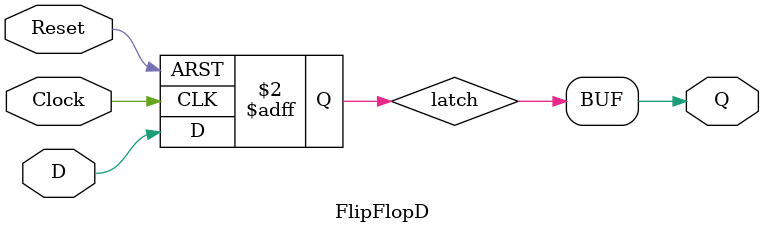
<source format=v>
`timescale 1ns / 1ps


module FlipFlopD(
    input Clock,
    input Reset,
    input D,
    output Q
    ); 
 reg latch;
 assign Q = latch;
 always @(posedge Clock or posedge Reset)
 begin
    if (Reset)
        latch <= 1'b0;
    else 
        latch <= D;
 end
endmodule

</source>
